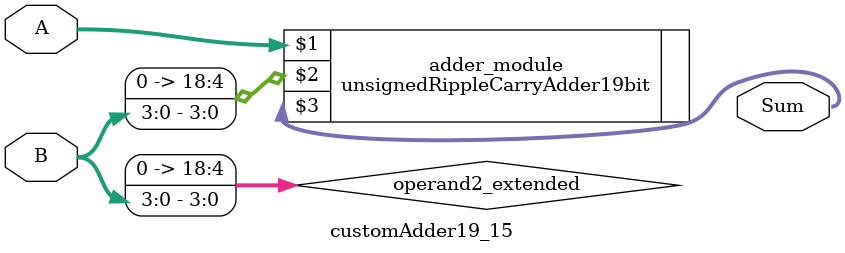
<source format=v>

module customAdder19_15(
                    input [18 : 0] A,
                    input [3 : 0] B,
                    
                    output [19 : 0] Sum
            );

    wire [18 : 0] operand2_extended;
    
    assign operand2_extended =  {15'b0, B};
    
    unsignedRippleCarryAdder19bit adder_module(
        A,
        operand2_extended,
        Sum
    );
    
endmodule
        
</source>
